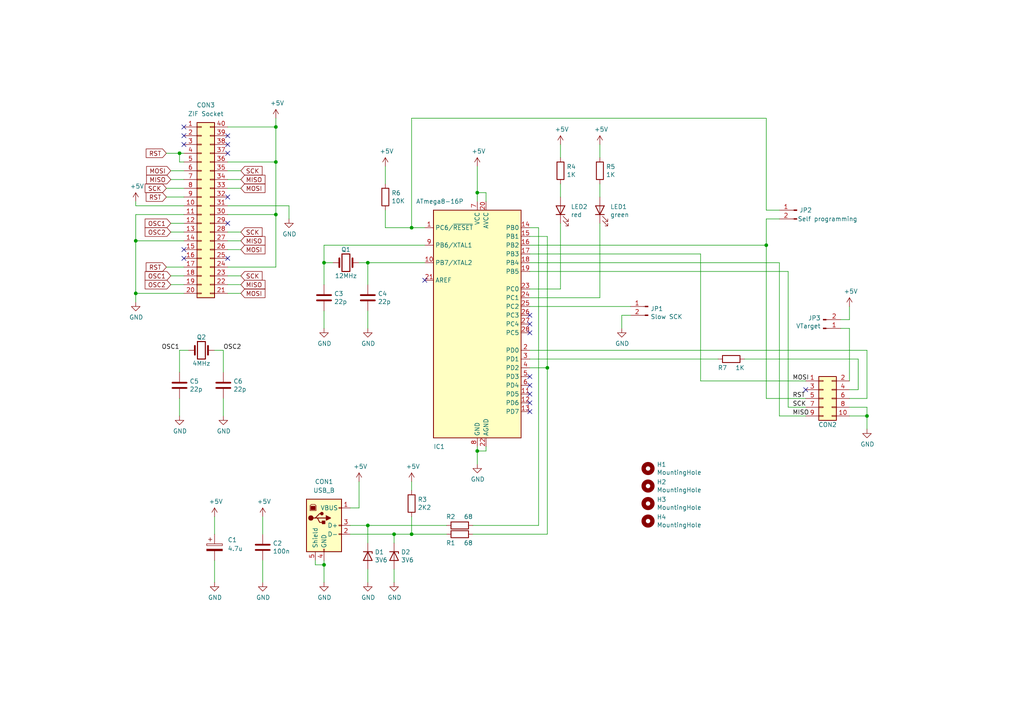
<source format=kicad_sch>
(kicad_sch (version 20211123) (generator eeschema)
  (paper "A4")
  (title_block (title "USBasp - USB programmer for Atmel AVR controllers") (date "2022-12-04") (rev "v01.2") (comment 2 "https://www.gnu.org/licenses/gpl.html") (comment 3 "License: GNU General Public License (GPL) version 3") (comment 4 "Author: Poly Electronics"))
  (lib_symbols
    (symbol "Conn_02x20_Counter_Clockwise_1" (pin_names (offset 1.016) hide)
      (property "Reference" "J" (at 1.27 25.4 0))
      (property "Value" "Conn_02x20_Counter_Clockwise_1" (at 1.27 -27.94 0))
      (symbol "Conn_02x20_Counter_Clockwise_1_1_1"
        (rectangle (start -1.27 -25.273) (end 0 -25.527) (stroke (width 0.1524)))
        (rectangle (start -1.27 -22.733) (end 0 -22.987) (stroke (width 0.1524)))
        (rectangle (start -1.27 -20.193) (end 0 -20.447) (stroke (width 0.1524)))
        (rectangle (start -1.27 -17.653) (end 0 -17.907) (stroke (width 0.1524)))
        (rectangle (start -1.27 -15.113) (end 0 -15.367) (stroke (width 0.1524)))
        (rectangle (start -1.27 -12.573) (end 0 -12.827) (stroke (width 0.1524)))
        (rectangle (start -1.27 -10.033) (end 0 -10.287) (stroke (width 0.1524)))
        (rectangle (start -1.27 -7.493) (end 0 -7.747) (stroke (width 0.1524)))
        (rectangle (start -1.27 -4.953) (end 0 -5.207) (stroke (width 0.1524)))
        (rectangle (start -1.27 -2.413) (end 0 -2.667) (stroke (width 0.1524)))
        (rectangle (start -1.27 0.127) (end 0 -0.127) (stroke (width 0.1524)))
        (rectangle (start -1.27 2.667) (end 0 2.413) (stroke (width 0.1524)))
        (rectangle (start -1.27 5.207) (end 0 4.953) (stroke (width 0.1524)))
        (rectangle (start -1.27 7.747) (end 0 7.493) (stroke (width 0.1524)))
        (rectangle (start -1.27 10.287) (end 0 10.033) (stroke (width 0.1524)))
        (rectangle (start -1.27 12.827) (end 0 12.573) (stroke (width 0.1524)))
        (rectangle (start -1.27 15.367) (end 0 15.113) (stroke (width 0.1524)))
        (rectangle (start -1.27 17.907) (end 0 17.653) (stroke (width 0.1524)))
        (rectangle (start -1.27 20.447) (end 0 20.193) (stroke (width 0.1524)))
        (rectangle (start -1.27 22.987) (end 0 22.733) (stroke (width 0.1524)))
        (rectangle (start -1.27 24.13) (end 3.81 -26.67) (stroke (width 0.254)) (fill (type background)))
        (rectangle (start 3.81 -25.273) (end 2.54 -25.527) (stroke (width 0.1524)))
        (rectangle (start 3.81 -22.733) (end 2.54 -22.987) (stroke (width 0.1524)))
        (rectangle (start 3.81 -20.193) (end 2.54 -20.447) (stroke (width 0.1524)))
        (rectangle (start 3.81 -17.653) (end 2.54 -17.907) (stroke (width 0.1524)))
        (rectangle (start 3.81 -15.113) (end 2.54 -15.367) (stroke (width 0.1524)))
        (rectangle (start 3.81 -12.573) (end 2.54 -12.827) (stroke (width 0.1524)))
        (rectangle (start 3.81 -10.033) (end 2.54 -10.287) (stroke (width 0.1524)))
        (rectangle (start 3.81 -7.493) (end 2.54 -7.747) (stroke (width 0.1524)))
        (rectangle (start 3.81 -4.953) (end 2.54 -5.207) (stroke (width 0.1524)))
        (rectangle (start 3.81 -2.413) (end 2.54 -2.667) (stroke (width 0.1524)))
        (rectangle (start 3.81 0.127) (end 2.54 -0.127) (stroke (width 0.1524)))
        (rectangle (start 3.81 2.667) (end 2.54 2.413) (stroke (width 0.1524)))
        (rectangle (start 3.81 5.207) (end 2.54 4.953) (stroke (width 0.1524)))
        (rectangle (start 3.81 7.747) (end 2.54 7.493) (stroke (width 0.1524)))
        (rectangle (start 3.81 10.287) (end 2.54 10.033) (stroke (width 0.1524)))
        (rectangle (start 3.81 12.827) (end 2.54 12.573) (stroke (width 0.1524)))
        (rectangle (start 3.81 15.367) (end 2.54 15.113) (stroke (width 0.1524)))
        (rectangle (start 3.81 17.907) (end 2.54 17.653) (stroke (width 0.1524)))
        (rectangle (start 3.81 20.447) (end 2.54 20.193) (stroke (width 0.1524)))
        (rectangle (start 3.81 22.987) (end 2.54 22.733) (stroke (width 0.1524)))
        (pin passive line (at -5.08 22.86 0) (length 3.81) (name "Pin_1") (number "1"))
        (pin passive line (at -5.08 0 0) (length 3.81) (name "Pin_10") (number "10"))
        (pin passive line (at -5.08 -2.54 0) (length 3.81) (name "Pin_11") (number "11"))
        (pin passive line (at -5.08 -5.08 0) (length 3.81) (name "Pin_12") (number "12"))
        (pin passive line (at -5.08 -7.62 0) (length 3.81) (name "Pin_13") (number "13"))
        (pin passive line (at -5.08 -10.16 0) (length 3.81) (name "Pin_14") (number "14"))
        (pin passive line (at -5.08 -12.7 0) (length 3.81) (name "Pin_15") (number "15"))
        (pin passive line (at -5.08 -15.24 0) (length 3.81) (name "Pin_16") (number "16"))
        (pin passive line (at -5.08 -17.78 0) (length 3.81) (name "Pin_17") (number "17"))
        (pin passive line (at -5.08 -20.32 0) (length 3.81) (name "Pin_18") (number "18"))
        (pin passive line (at -5.08 -22.86 0) (length 3.81) (name "Pin_19") (number "19"))
        (pin passive line (at -5.08 20.32 0) (length 3.81) (name "Pin_2") (number "2"))
        (pin passive line (at -5.08 -25.4 0) (length 3.81) (name "Pin_20") (number "20"))
        (pin passive line (at 7.62 -25.4 180) (length 3.81) (name "Pin_21") (number "21"))
        (pin passive line (at 7.62 -22.86 180) (length 3.81) (name "Pin_22") (number "22"))
        (pin passive line (at 7.62 -20.32 180) (length 3.81) (name "Pin_23") (number "23"))
        (pin passive line (at 7.62 -17.78 180) (length 3.81) (name "Pin_24") (number "24"))
        (pin passive line (at 7.62 -15.24 180) (length 3.81) (name "Pin_25") (number "25"))
        (pin passive line (at 7.62 -12.7 180) (length 3.81) (name "Pin_26") (number "26"))
        (pin passive line (at 7.62 -10.16 180) (length 3.81) (name "Pin_27") (number "27"))
        (pin passive line (at 7.62 -7.62 180) (length 3.81) (name "Pin_28") (number "28"))
        (pin passive line (at 7.62 -5.08 180) (length 3.81) (name "Pin_29") (number "29"))
        (pin passive line (at -5.08 17.78 0) (length 3.81) (name "Pin_3") (number "3"))
        (pin passive line (at 7.62 -2.54 180) (length 3.81) (name "Pin_30") (number "30"))
        (pin passive line (at 7.62 0 180) (length 3.81) (name "Pin_31") (number "31"))
        (pin passive line (at 7.62 2.54 180) (length 3.81) (name "Pin_32") (number "32"))
        (pin passive line (at 7.62 5.08 180) (length 3.81) (name "Pin_33") (number "33"))
        (pin passive line (at 7.62 7.62 180) (length 3.81) (name "Pin_34") (number "34"))
        (pin passive line (at 7.62 10.16 180) (length 3.81) (name "Pin_35") (number "35"))
        (pin passive line (at 7.62 12.7 180) (length 3.81) (name "Pin_36") (number "36"))
        (pin passive line (at 7.62 15.24 180) (length 3.81) (name "Pin_37") (number "37"))
        (pin passive line (at 7.62 17.78 180) (length 3.81) (name "Pin_38") (number "38"))
        (pin passive line (at 7.62 20.32 180) (length 3.81) (name "Pin_39") (number "39"))
        (pin passive line (at -5.08 15.24 0) (length 3.81) (name "Pin_4") (number "4"))
        (pin passive line (at 7.62 22.86 180) (length 3.81) (name "Pin_40") (number "40"))
        (pin passive line (at -5.08 12.7 0) (length 3.81) (name "Pin_5") (number "5"))
        (pin passive line (at -5.08 10.16 0) (length 3.81) (name "Pin_6") (number "6"))
        (pin passive line (at -5.08 7.62 0) (length 3.81) (name "Pin_7") (number "7"))
        (pin passive line (at -5.08 5.08 0) (length 3.81) (name "Pin_8") (number "8"))
        (pin passive line (at -5.08 2.54 0) (length 3.81) (name "Pin_9") (number "9"))
      )
    )
    (symbol "Connector:Conn_01x02_Male" (pin_names (offset 1.016) hide)
      (property "Reference" "J" (at 0 2.54 0))
      (property "Value" "Conn_01x02_Male" (at 0 -5.08 0))
      (symbol "Conn_01x02_Male_1_1"
        (polyline (pts (xy 1.27 -2.54) (xy 0.8636 -2.54)) (stroke (width 0.1524)))
        (polyline (pts (xy 1.27 0) (xy 0.8636 0)) (stroke (width 0.1524)))
        (rectangle (start 0.8636 -2.413) (end 0 -2.667) (stroke (width 0.1524)) (fill (type outline)))
        (rectangle (start 0.8636 0.127) (end 0 -0.127) (stroke (width 0.1524)) (fill (type outline)))
        (pin passive line (at 5.08 0 180) (length 3.81) (name "Pin_1") (number "1"))
        (pin passive line (at 5.08 -2.54 180) (length 3.81) (name "Pin_2") (number "2"))
      )
    )
    (symbol "Connector:USB_B" (pin_names (offset 1.016))
      (property "Reference" "J" (at -5.08 11.43 0))
      (property "Value" "USB_B" (at -5.08 8.89 0))
      (symbol "USB_B_0_1"
        (rectangle (start -5.08 -7.62) (end 5.08 7.62) (stroke (width 0.254)) (fill (type background)))
        (circle (center -3.81 2.159) (radius 0.635) (stroke (width 0.254)) (fill (type outline)))
        (rectangle (start -3.81 5.588) (end -2.54 4.572) (fill (type outline)))
        (circle (center -0.635 3.429) (radius 0.381) (stroke (width 0.254)) (fill (type outline)))
        (rectangle (start -0.127 -7.62) (end 0.127 -6.858))
        (polyline (pts (xy -1.905 2.159) (xy 0.635 2.159)) (stroke (width 0.254)))
        (polyline (pts (xy -3.175 2.159) (xy -2.54 2.159) (xy -1.27 3.429) (xy -0.635 3.429)) (stroke (width 0.254)))
        (polyline (pts (xy -2.54 2.159) (xy -1.905 2.159) (xy -1.27 0.889) (xy 0 0.889)) (stroke (width 0.254)))
        (polyline (pts (xy 0.635 2.794) (xy 0.635 1.524) (xy 1.905 2.159) (xy 0.635 2.794)) (stroke (width 0.254)) (fill (type outline)))
        (polyline (pts (xy -4.064 4.318) (xy -2.286 4.318) (xy -2.286 5.715) (xy -2.667 6.096) (xy -3.683 6.096) (xy -4.064 5.715) (xy -4.064 4.318)))
        (rectangle (start 0.254 1.27) (end -0.508 0.508) (stroke (width 0.254)) (fill (type outline)))
        (rectangle (start 5.08 -2.667) (end 4.318 -2.413))
        (rectangle (start 5.08 -0.127) (end 4.318 0.127))
        (rectangle (start 5.08 4.953) (end 4.318 5.207))
      )
      (symbol "USB_B_1_1"
        (pin power_out line (at 7.62 5.08 180) (length 2.54) (name "VBUS") (number "1"))
        (pin bidirectional line (at 7.62 -2.54 180) (length 2.54) (name "D-") (number "2"))
        (pin bidirectional line (at 7.62 0 180) (length 2.54) (name "D+") (number "3"))
        (pin power_out line (at 0 -10.16 90) (length 2.54) (name "GND") (number "4"))
        (pin passive line (at -2.54 -10.16 90) (length 2.54) (name "Shield") (number "5"))
      )
    )
    (symbol "Connector_Generic:Conn_02x05_Odd_Even" (pin_names (offset 1.016) hide)
      (property "Reference" "J" (at 1.27 7.62 0))
      (property "Value" "Conn_02x05_Odd_Even" (at 1.27 -7.62 0))
      (symbol "Conn_02x05_Odd_Even_1_1"
        (rectangle (start -1.27 -4.953) (end 0 -5.207) (stroke (width 0.1524)))
        (rectangle (start -1.27 -2.413) (end 0 -2.667) (stroke (width 0.1524)))
        (rectangle (start -1.27 0.127) (end 0 -0.127) (stroke (width 0.1524)))
        (rectangle (start -1.27 2.667) (end 0 2.413) (stroke (width 0.1524)))
        (rectangle (start -1.27 5.207) (end 0 4.953) (stroke (width 0.1524)))
        (rectangle (start -1.27 6.35) (end 3.81 -6.35) (stroke (width 0.254)) (fill (type background)))
        (rectangle (start 3.81 -4.953) (end 2.54 -5.207) (stroke (width 0.1524)))
        (rectangle (start 3.81 -2.413) (end 2.54 -2.667) (stroke (width 0.1524)))
        (rectangle (start 3.81 0.127) (end 2.54 -0.127) (stroke (width 0.1524)))
        (rectangle (start 3.81 2.667) (end 2.54 2.413) (stroke (width 0.1524)))
        (rectangle (start 3.81 5.207) (end 2.54 4.953) (stroke (width 0.1524)))
        (pin passive line (at -5.08 5.08 0) (length 3.81) (name "Pin_1") (number "1"))
        (pin passive line (at 7.62 -5.08 180) (length 3.81) (name "Pin_10") (number "10"))
        (pin passive line (at 7.62 5.08 180) (length 3.81) (name "Pin_2") (number "2"))
        (pin passive line (at -5.08 2.54 0) (length 3.81) (name "Pin_3") (number "3"))
        (pin passive line (at 7.62 2.54 180) (length 3.81) (name "Pin_4") (number "4"))
        (pin passive line (at -5.08 0 0) (length 3.81) (name "Pin_5") (number "5"))
        (pin passive line (at 7.62 0 180) (length 3.81) (name "Pin_6") (number "6"))
        (pin passive line (at -5.08 -2.54 0) (length 3.81) (name "Pin_7") (number "7"))
        (pin passive line (at 7.62 -2.54 180) (length 3.81) (name "Pin_8") (number "8"))
        (pin passive line (at -5.08 -5.08 0) (length 3.81) (name "Pin_9") (number "9"))
      )
    )
    (symbol "Device:C" (pin_numbers hide) (pin_names (offset 0.254))
      (property "Reference" "C" (at 0.635 2.54 0))
      (property "Value" "C" (at 0.635 -2.54 0))
      (symbol "C_0_1"
        (polyline (pts (xy -2.032 -0.762) (xy 2.032 -0.762)) (stroke (width 0.508)))
        (polyline (pts (xy -2.032 0.762) (xy 2.032 0.762)) (stroke (width 0.508)))
      )
      (symbol "C_1_1"
        (pin passive line (at 0 3.81 270) (length 2.794) (name "~") (number "1"))
        (pin passive line (at 0 -3.81 90) (length 2.794) (name "~") (number "2"))
      )
    )
    (symbol "Device:C_Polarized" (pin_numbers hide) (pin_names (offset 0.254))
      (property "Reference" "C" (at 0.635 2.54 0))
      (property "Value" "C_Polarized" (at 0.635 -2.54 0))
      (symbol "C_Polarized_0_1"
        (rectangle (start -2.286 0.508) (end 2.286 1.016))
        (polyline (pts (xy -1.778 2.286) (xy -0.762 2.286)))
        (polyline (pts (xy -1.27 2.794) (xy -1.27 1.778)))
        (rectangle (start 2.286 -0.508) (end -2.286 -1.016) (fill (type outline)))
      )
      (symbol "C_Polarized_1_1"
        (pin passive line (at 0 3.81 270) (length 2.794) (name "~") (number "1"))
        (pin passive line (at 0 -3.81 90) (length 2.794) (name "~") (number "2"))
      )
    )
    (symbol "Device:Crystal" (pin_numbers hide) (pin_names (offset 1.016) hide)
      (property "Reference" "Y" (at 0 3.81 0))
      (property "Value" "Crystal" (at 0 -3.81 0))
      (symbol "Crystal_0_1"
        (rectangle (start -1.143 2.54) (end 1.143 -2.54) (stroke (width 0.3048)))
        (polyline (pts (xy -2.54 0) (xy -1.905 0)))
        (polyline (pts (xy -1.905 -1.27) (xy -1.905 1.27)) (stroke (width 0.508)))
        (polyline (pts (xy 1.905 -1.27) (xy 1.905 1.27)) (stroke (width 0.508)))
        (polyline (pts (xy 2.54 0) (xy 1.905 0)))
      )
      (symbol "Crystal_1_1"
        (pin passive line (at -3.81 0 0) (length 1.27) (name "1") (number "1"))
        (pin passive line (at 3.81 0 180) (length 1.27) (name "2") (number "2"))
      )
    )
    (symbol "Device:D_Zener" (pin_numbers hide) (pin_names (offset 1.016) hide)
      (property "Reference" "D" (at 0 2.54 0))
      (property "Value" "D_Zener" (at 0 -2.54 0))
      (symbol "D_Zener_0_1"
        (polyline (pts (xy 1.27 0) (xy -1.27 0)))
        (polyline (pts (xy -1.27 -1.27) (xy -1.27 1.27) (xy -0.762 1.27)) (stroke (width 0.254)))
        (polyline (pts (xy 1.27 -1.27) (xy 1.27 1.27) (xy -1.27 0) (xy 1.27 -1.27)) (stroke (width 0.254)))
      )
      (symbol "D_Zener_1_1"
        (pin passive line (at -3.81 0 0) (length 2.54) (name "K") (number "1"))
        (pin passive line (at 3.81 0 180) (length 2.54) (name "A") (number "2"))
      )
    )
    (symbol "Device:LED" (pin_numbers hide) (pin_names (offset 1.016) hide)
      (property "Reference" "D" (at 0 2.54 0))
      (property "Value" "LED" (at 0 -2.54 0))
      (symbol "LED_0_1"
        (polyline (pts (xy -1.27 -1.27) (xy -1.27 1.27)) (stroke (width 0.254)))
        (polyline (pts (xy -1.27 0) (xy 1.27 0)))
        (polyline (pts (xy 1.27 -1.27) (xy 1.27 1.27) (xy -1.27 0) (xy 1.27 -1.27)) (stroke (width 0.254)))
        (polyline (pts (xy -3.048 -0.762) (xy -4.572 -2.286) (xy -3.81 -2.286) (xy -4.572 -2.286) (xy -4.572 -1.524)))
        (polyline (pts (xy -1.778 -0.762) (xy -3.302 -2.286) (xy -2.54 -2.286) (xy -3.302 -2.286) (xy -3.302 -1.524)))
      )
      (symbol "LED_1_1"
        (pin passive line (at -3.81 0 0) (length 2.54) (name "K") (number "1"))
        (pin passive line (at 3.81 0 180) (length 2.54) (name "A") (number "2"))
      )
    )
    (symbol "Device:R" (pin_numbers hide) (pin_names (offset 0))
      (property "Reference" "R" (at 2.032 0 90))
      (property "Value" "R" (at 0 0 90))
      (symbol "R_0_1"
        (rectangle (start -1.016 -2.54) (end 1.016 2.54) (stroke (width 0.254)))
      )
      (symbol "R_1_1"
        (pin passive line (at 0 3.81 270) (length 1.27) (name "~") (number "1"))
        (pin passive line (at 0 -3.81 90) (length 1.27) (name "~") (number "2"))
      )
    )
    (symbol "MCU_Microchip_ATmega:ATmega8-16P"
      (property "Reference" "U" (at -12.7 34.29 0))
      (property "Value" "ATmega8-16P" (at 5.08 -34.29 0))
      (symbol "ATmega8-16P_0_1"
        (rectangle (start -12.7 -33.02) (end 12.7 33.02) (stroke (width 0.254)) (fill (type background)))
      )
      (symbol "ATmega8-16P_1_1"
        (pin bidirectional line (at -15.24 27.94 0) (length 2.54) (name "PC6/~{RESET}") (number "1"))
        (pin bidirectional line (at -15.24 17.78 0) (length 2.54) (name "PB7/XTAL2") (number "10"))
        (pin bidirectional line (at 15.24 -20.32 180) (length 2.54) (name "PD5") (number "11"))
        (pin bidirectional line (at 15.24 -22.86 180) (length 2.54) (name "PD6") (number "12"))
        (pin bidirectional line (at 15.24 -25.4 180) (length 2.54) (name "PD7") (number "13"))
        (pin bidirectional line (at 15.24 27.94 180) (length 2.54) (name "PB0") (number "14"))
        (pin bidirectional line (at 15.24 25.4 180) (length 2.54) (name "PB1") (number "15"))
        (pin bidirectional line (at 15.24 22.86 180) (length 2.54) (name "PB2") (number "16"))
        (pin bidirectional line (at 15.24 20.32 180) (length 2.54) (name "PB3") (number "17"))
        (pin bidirectional line (at 15.24 17.78 180) (length 2.54) (name "PB4") (number "18"))
        (pin bidirectional line (at 15.24 15.24 180) (length 2.54) (name "PB5") (number "19"))
        (pin bidirectional line (at 15.24 -7.62 180) (length 2.54) (name "PD0") (number "2"))
        (pin power_in line (at 2.54 35.56 270) (length 2.54) (name "AVCC") (number "20"))
        (pin passive line (at -15.24 12.7 0) (length 2.54) (name "AREF") (number "21"))
        (pin power_in line (at 2.54 -35.56 90) (length 2.54) (name "AGND") (number "22"))
        (pin bidirectional line (at 15.24 10.16 180) (length 2.54) (name "PC0") (number "23"))
        (pin bidirectional line (at 15.24 7.62 180) (length 2.54) (name "PC1") (number "24"))
        (pin bidirectional line (at 15.24 5.08 180) (length 2.54) (name "PC2") (number "25"))
        (pin bidirectional line (at 15.24 2.54 180) (length 2.54) (name "PC3") (number "26"))
        (pin bidirectional line (at 15.24 0 180) (length 2.54) (name "PC4") (number "27"))
        (pin bidirectional line (at 15.24 -2.54 180) (length 2.54) (name "PC5") (number "28"))
        (pin bidirectional line (at 15.24 -10.16 180) (length 2.54) (name "PD1") (number "3"))
        (pin bidirectional line (at 15.24 -12.7 180) (length 2.54) (name "PD2") (number "4"))
        (pin bidirectional line (at 15.24 -15.24 180) (length 2.54) (name "PD3") (number "5"))
        (pin bidirectional line (at 15.24 -17.78 180) (length 2.54) (name "PD4") (number "6"))
        (pin power_in line (at 0 35.56 270) (length 2.54) (name "VCC") (number "7"))
        (pin power_in line (at 0 -35.56 90) (length 2.54) (name "GND") (number "8"))
        (pin bidirectional line (at -15.24 22.86 0) (length 2.54) (name "PB6/XTAL1") (number "9"))
      )
    )
    (symbol "Mechanical:MountingHole" (pin_names (offset 1.016))
      (property "Reference" "H" (at 0 5.08 0))
      (property "Value" "MountingHole" (at 0 3.175 0))
      (symbol "MountingHole_0_1"
        (circle (center 0 0) (radius 1.27) (stroke (width 1.27)))
      )
    )
    (symbol "power:+5V" (power) (pin_names (offset 0))
      (property "Value" "+5V" (at 0 3.556 0))
      (symbol "+5V_0_1"
        (polyline (pts (xy -0.762 1.27) (xy 0 2.54)))
        (polyline (pts (xy 0 0) (xy 0 2.54)))
        (polyline (pts (xy 0 2.54) (xy 0.762 1.27)))
      )
      (symbol "+5V_1_1"
        (pin power_in line (at 0 0 90) (length 0) hide (name "+5V") (number "1"))
      )
    )
    (symbol "power:GND" (power) (pin_names (offset 0))
      (property "Value" "GND" (at 0 -3.81 0))
      (symbol "GND_0_1"
        (polyline (pts (xy 0 0) (xy 0 -1.27) (xy 1.27 -1.27) (xy 0 -2.54) (xy -1.27 -1.27) (xy 0 -1.27)))
      )
      (symbol "GND_1_1"
        (pin power_in line (at 0 0 270) (length 0) hide (name "GND") (number "1"))
      )
    )
  )
  (junction (at 80.01 36.83))
  (junction (at 106.68 152.4))
  (junction (at 119.38 154.94))
  (junction (at 222.25 71.12))
  (junction (at 39.37 69.85))
  (junction (at 80.01 46.99))
  (junction (at 138.43 55.88))
  (junction (at 39.37 85.09))
  (junction (at 138.43 130.81))
  (junction (at 119.38 66.04))
  (junction (at 93.98 76.2))
  (junction (at 93.98 163.83))
  (junction (at 114.3 154.94))
  (junction (at 106.68 76.2))
  (junction (at 158.75 106.68))
  (junction (at 52.07 44.45))
  (junction (at 251.46 120.65))
  (junction (at 80.01 62.23))
  (no_connect (at 153.67 119.38))
  (no_connect (at 66.04 74.93))
  (no_connect (at 53.34 72.39))
  (no_connect (at 153.67 91.44))
  (no_connect (at 53.34 39.37))
  (no_connect (at 53.34 36.83))
  (no_connect (at 153.67 111.76))
  (no_connect (at 66.04 57.15))
  (no_connect (at 153.67 93.98))
  (no_connect (at 66.04 64.77))
  (no_connect (at 153.67 116.84))
  (no_connect (at 66.04 41.91))
  (no_connect (at 123.19 81.28))
  (no_connect (at 153.67 109.22))
  (no_connect (at 53.34 41.91))
  (no_connect (at 53.34 74.93))
  (no_connect (at 153.67 114.3))
  (no_connect (at 233.68 113.03))
  (no_connect (at 66.04 39.37))
  (no_connect (at 66.04 44.45))
  (no_connect (at 153.67 96.52))
  (wire (pts (xy 106.68 90.17) (xy 106.68 95.25)))
  (wire (pts (xy 39.37 58.42) (xy 39.37 59.69)))
  (wire (pts (xy 246.38 120.65) (xy 251.46 120.65)))
  (wire (pts (xy 243.84 95.25) (xy 246.38 95.25)))
  (wire (pts (xy 173.99 57.15) (xy 173.99 53.34)))
  (wire (pts (xy 162.56 83.82) (xy 153.67 83.82)))
  (wire (pts (xy 80.01 62.23) (xy 80.01 46.99)))
  (wire (pts (xy 76.2 149.86) (xy 76.2 154.94)))
  (wire (pts (xy 93.98 76.2) (xy 93.98 82.55)))
  (wire (pts (xy 39.37 62.23) (xy 53.34 62.23)))
  (wire (pts (xy 153.67 106.68) (xy 158.75 106.68)))
  (wire (pts (xy 248.92 104.14) (xy 248.92 113.03)))
  (wire (pts (xy 203.2 73.66) (xy 203.2 110.49)))
  (wire (pts (xy 251.46 120.65) (xy 251.46 124.46)))
  (wire (pts (xy 80.01 36.83) (xy 66.04 36.83)))
  (wire (pts (xy 156.21 152.4) (xy 137.16 152.4)))
  (wire (pts (xy 49.53 64.77) (xy 53.34 64.77)))
  (wire (pts (xy 222.25 71.12) (xy 222.25 115.57)))
  (wire (pts (xy 39.37 59.69) (xy 53.34 59.69)))
  (wire (pts (xy 215.9 104.14) (xy 248.92 104.14)))
  (wire (pts (xy 39.37 87.63) (xy 39.37 85.09)))
  (wire (pts (xy 119.38 139.7) (xy 119.38 142.24)))
  (wire (pts (xy 62.23 149.86) (xy 62.23 154.94)))
  (wire (pts (xy 62.23 101.6) (xy 64.77 101.6)))
  (wire (pts (xy 111.76 60.96) (xy 111.76 66.04)))
  (wire (pts (xy 111.76 66.04) (xy 119.38 66.04)))
  (wire (pts (xy 182.88 88.9) (xy 153.67 88.9)))
  (wire (pts (xy 119.38 34.29) (xy 119.38 66.04)))
  (wire (pts (xy 106.68 76.2) (xy 106.68 82.55)))
  (wire (pts (xy 66.04 59.69) (xy 83.82 59.69)))
  (wire (pts (xy 173.99 86.36) (xy 153.67 86.36)))
  (wire (pts (xy 222.25 34.29) (xy 119.38 34.29)))
  (wire (pts (xy 228.6 118.11) (xy 233.68 118.11)))
  (wire (pts (xy 69.85 67.31) (xy 66.04 67.31)))
  (wire (pts (xy 222.25 63.5) (xy 222.25 71.12)))
  (wire (pts (xy 83.82 59.69) (xy 83.82 63.5)))
  (wire (pts (xy 91.44 163.83) (xy 93.98 163.83)))
  (wire (pts (xy 49.53 82.55) (xy 53.34 82.55)))
  (wire (pts (xy 140.97 129.54) (xy 140.97 130.81)))
  (wire (pts (xy 246.38 115.57) (xy 251.46 115.57)))
  (wire (pts (xy 91.44 162.56) (xy 91.44 163.83)))
  (wire (pts (xy 53.34 85.09) (xy 39.37 85.09)))
  (wire (pts (xy 228.6 78.74) (xy 228.6 118.11)))
  (wire (pts (xy 138.43 130.81) (xy 138.43 134.62)))
  (wire (pts (xy 226.06 63.5) (xy 222.25 63.5)))
  (wire (pts (xy 93.98 168.91) (xy 93.98 163.83)))
  (wire (pts (xy 153.67 71.12) (xy 222.25 71.12)))
  (wire (pts (xy 111.76 48.26) (xy 111.76 53.34)))
  (wire (pts (xy 69.85 82.55) (xy 66.04 82.55)))
  (wire (pts (xy 222.25 115.57) (xy 233.68 115.57)))
  (wire (pts (xy 69.85 69.85) (xy 66.04 69.85)))
  (wire (pts (xy 226.06 120.65) (xy 226.06 76.2)))
  (wire (pts (xy 39.37 62.23) (xy 39.37 69.85)))
  (wire (pts (xy 119.38 149.86) (xy 119.38 154.94)))
  (wire (pts (xy 49.53 67.31) (xy 53.34 67.31)))
  (wire (pts (xy 104.14 76.2) (xy 106.68 76.2)))
  (wire (pts (xy 69.85 80.01) (xy 66.04 80.01)))
  (wire (pts (xy 39.37 85.09) (xy 39.37 69.85)))
  (wire (pts (xy 114.3 154.94) (xy 119.38 154.94)))
  (wire (pts (xy 182.88 91.44) (xy 180.34 91.44)))
  (wire (pts (xy 69.85 85.09) (xy 66.04 85.09)))
  (wire (pts (xy 246.38 118.11) (xy 251.46 118.11)))
  (wire (pts (xy 208.28 104.14) (xy 153.67 104.14)))
  (wire (pts (xy 243.84 92.71) (xy 246.38 92.71)))
  (wire (pts (xy 173.99 41.91) (xy 173.99 45.72)))
  (wire (pts (xy 156.21 66.04) (xy 156.21 152.4)))
  (wire (pts (xy 106.68 165.1) (xy 106.68 168.91)))
  (wire (pts (xy 53.34 46.99) (xy 52.07 46.99)))
  (wire (pts (xy 52.07 44.45) (xy 53.34 44.45)))
  (wire (pts (xy 66.04 46.99) (xy 80.01 46.99)))
  (wire (pts (xy 251.46 115.57) (xy 251.46 101.6)))
  (wire (pts (xy 93.98 71.12) (xy 93.98 76.2)))
  (wire (pts (xy 162.56 41.91) (xy 162.56 45.72)))
  (wire (pts (xy 106.68 157.48) (xy 106.68 152.4)))
  (wire (pts (xy 104.14 147.32) (xy 101.6 147.32)))
  (wire (pts (xy 246.38 92.71) (xy 246.38 88.9)))
  (wire (pts (xy 226.06 60.96) (xy 222.25 60.96)))
  (wire (pts (xy 64.77 101.6) (xy 64.77 107.95)))
  (wire (pts (xy 119.38 66.04) (xy 123.19 66.04)))
  (wire (pts (xy 119.38 154.94) (xy 129.54 154.94)))
  (wire (pts (xy 93.98 90.17) (xy 93.98 95.25)))
  (wire (pts (xy 137.16 154.94) (xy 158.75 154.94)))
  (wire (pts (xy 251.46 101.6) (xy 153.67 101.6)))
  (wire (pts (xy 180.34 95.25) (xy 180.34 91.44)))
  (wire (pts (xy 101.6 154.94) (xy 114.3 154.94)))
  (wire (pts (xy 69.85 72.39) (xy 66.04 72.39)))
  (wire (pts (xy 162.56 64.77) (xy 162.56 83.82)))
  (wire (pts (xy 140.97 55.88) (xy 138.43 55.88)))
  (wire (pts (xy 69.85 52.07) (xy 66.04 52.07)))
  (wire (pts (xy 52.07 46.99) (xy 52.07 44.45)))
  (wire (pts (xy 49.53 49.53) (xy 53.34 49.53)))
  (wire (pts (xy 76.2 162.56) (xy 76.2 168.91)))
  (wire (pts (xy 158.75 154.94) (xy 158.75 106.68)))
  (wire (pts (xy 48.26 57.15) (xy 53.34 57.15)))
  (wire (pts (xy 140.97 58.42) (xy 140.97 55.88)))
  (wire (pts (xy 52.07 115.57) (xy 52.07 120.65)))
  (wire (pts (xy 66.04 77.47) (xy 80.01 77.47)))
  (wire (pts (xy 48.26 44.45) (xy 52.07 44.45)))
  (wire (pts (xy 162.56 57.15) (xy 162.56 53.34)))
  (wire (pts (xy 138.43 129.54) (xy 138.43 130.81)))
  (wire (pts (xy 153.67 78.74) (xy 228.6 78.74)))
  (wire (pts (xy 52.07 101.6) (xy 52.07 107.95)))
  (wire (pts (xy 69.85 49.53) (xy 66.04 49.53)))
  (wire (pts (xy 53.34 69.85) (xy 39.37 69.85)))
  (wire (pts (xy 80.01 34.29) (xy 80.01 36.83)))
  (wire (pts (xy 64.77 115.57) (xy 64.77 120.65)))
  (wire (pts (xy 138.43 55.88) (xy 138.43 58.42)))
  (wire (pts (xy 153.67 73.66) (xy 203.2 73.66)))
  (wire (pts (xy 93.98 162.56) (xy 93.98 163.83)))
  (wire (pts (xy 129.54 152.4) (xy 106.68 152.4)))
  (wire (pts (xy 106.68 152.4) (xy 101.6 152.4)))
  (wire (pts (xy 69.85 54.61) (xy 66.04 54.61)))
  (wire (pts (xy 114.3 157.48) (xy 114.3 154.94)))
  (wire (pts (xy 251.46 118.11) (xy 251.46 120.65)))
  (wire (pts (xy 48.26 77.47) (xy 53.34 77.47)))
  (wire (pts (xy 153.67 66.04) (xy 156.21 66.04)))
  (wire (pts (xy 123.19 71.12) (xy 93.98 71.12)))
  (wire (pts (xy 138.43 48.26) (xy 138.43 55.88)))
  (wire (pts (xy 158.75 106.68) (xy 158.75 68.58)))
  (wire (pts (xy 222.25 60.96) (xy 222.25 34.29)))
  (wire (pts (xy 114.3 165.1) (xy 114.3 168.91)))
  (wire (pts (xy 226.06 76.2) (xy 153.67 76.2)))
  (wire (pts (xy 233.68 120.65) (xy 226.06 120.65)))
  (wire (pts (xy 49.53 80.01) (xy 53.34 80.01)))
  (wire (pts (xy 54.61 101.6) (xy 52.07 101.6)))
  (wire (pts (xy 106.68 76.2) (xy 123.19 76.2)))
  (wire (pts (xy 140.97 130.81) (xy 138.43 130.81)))
  (wire (pts (xy 49.53 52.07) (xy 53.34 52.07)))
  (wire (pts (xy 62.23 162.56) (xy 62.23 168.91)))
  (wire (pts (xy 248.92 113.03) (xy 246.38 113.03)))
  (wire (pts (xy 48.26 54.61) (xy 53.34 54.61)))
  (wire (pts (xy 158.75 68.58) (xy 153.67 68.58)))
  (wire (pts (xy 246.38 110.49) (xy 246.38 95.25)))
  (wire (pts (xy 66.04 62.23) (xy 80.01 62.23)))
  (wire (pts (xy 80.01 46.99) (xy 80.01 36.83)))
  (wire (pts (xy 80.01 77.47) (xy 80.01 62.23)))
  (wire (pts (xy 173.99 64.77) (xy 173.99 86.36)))
  (wire (pts (xy 96.52 76.2) (xy 93.98 76.2)))
  (wire (pts (xy 203.2 110.49) (xy 233.68 110.49)))
  (wire (pts (xy 104.14 139.7) (xy 104.14 147.32)))
  (label "OSC2" (at 64.77 101.6 0))
  (label "OSC1" (at 52.07 101.6 180))
  (label "SCK" (at 229.87 118.11 0))
  (label "MOSI" (at 229.87 110.49 0))
  (label "RST" (at 229.87 115.57 0))
  (label "MISO" (at 229.87 120.65 0))
  (global_label "OSC2" (shape input) (at 49.53 67.31 180) (property "Referencias entre hojas" "${INTERSHEET_REFS}" (effects hide)))
  (global_label "OSC2" (shape input) (at 49.53 82.55 180) (property "Referencias entre hojas" "${INTERSHEET_REFS}" (effects hide)))
  (global_label "MOSI" (shape input) (at 49.53 49.53 180) (property "Referencias entre hojas" "${INTERSHEET_REFS}" (effects hide)))
  (global_label "SCK" (shape input) (at 48.26 54.61 180) (property "Referencias entre hojas" "${INTERSHEET_REFS}" (effects hide)))
  (global_label "SCK" (shape input) (at 69.85 80.01 0) (property "Referencias entre hojas" "${INTERSHEET_REFS}" (effects hide)))
  (global_label "RST" (shape input) (at 48.26 44.45 180) (property "Referencias entre hojas" "${INTERSHEET_REFS}" (effects hide)))
  (global_label "MISO" (shape input) (at 49.53 52.07 180) (property "Referencias entre hojas" "${INTERSHEET_REFS}" (effects hide)))
  (global_label "MISO" (shape input) (at 69.85 82.55 0) (property "Referencias entre hojas" "${INTERSHEET_REFS}" (effects hide)))
  (global_label "MISO" (shape input) (at 69.85 52.07 0) (property "Referencias entre hojas" "${INTERSHEET_REFS}" (effects hide)))
  (global_label "MOSI" (shape input) (at 69.85 72.39 0) (property "Referencias entre hojas" "${INTERSHEET_REFS}" (effects hide)))
  (global_label "MISO" (shape input) (at 69.85 69.85 0) (property "Referencias entre hojas" "${INTERSHEET_REFS}" (effects hide)))
  (global_label "SCK" (shape input) (at 69.85 49.53 0) (property "Referencias entre hojas" "${INTERSHEET_REFS}" (effects hide)))
  (global_label "MOSI" (shape input) (at 69.85 54.61 0) (property "Referencias entre hojas" "${INTERSHEET_REFS}" (effects hide)))
  (global_label "OSC1" (shape input) (at 49.53 64.77 180) (property "Referencias entre hojas" "${INTERSHEET_REFS}" (effects hide)))
  (global_label "RST" (shape input) (at 48.26 77.47 180) (property "Referencias entre hojas" "${INTERSHEET_REFS}" (effects hide)))
  (global_label "SCK" (shape input) (at 69.85 67.31 0) (property "Referencias entre hojas" "${INTERSHEET_REFS}" (effects hide)))
  (global_label "OSC1" (shape input) (at 49.53 80.01 180) (property "Referencias entre hojas" "${INTERSHEET_REFS}" (effects hide)))
  (global_label "RST" (shape input) (at 48.26 57.15 180) (property "Referencias entre hojas" "${INTERSHEET_REFS}" (effects hide)))
  (global_label "MOSI" (shape input) (at 69.85 85.09 0) (property "Referencias entre hojas" "${INTERSHEET_REFS}" (effects hide)))
  (symbol (lib_id "Device:C") (at 76.2 158.75 0) (unit 1)
    (property "Reference" "C2" (at 79.121 157.5816 0) (effects (justify left)))
    (property "Value" "100n" (at 79.121 159.893 0) (effects (justify left)))
    (property "Footprint" "Capacitor_THT:C_Disc_D6.0mm_W2.5mm_P5.00mm" (effects hide))
  )
  (symbol (lib_id "Device:C") (at 93.98 86.36 0) (unit 1)
    (property "Reference" "C3" (at 96.901 85.1916 0) (effects (justify left)))
    (property "Value" "22p" (at 96.901 87.503 0) (effects (justify left)))
    (property "Footprint" "Capacitor_THT:C_Disc_D5.0mm_W2.5mm_P2.50mm" (effects hide))
  )
  (symbol (lib_id "Device:C") (at 106.68 86.36 0) (unit 1)
    (property "Reference" "C4" (at 109.601 85.1916 0) (effects (justify left)))
    (property "Value" "22p" (at 109.601 87.503 0) (effects (justify left)))
    (property "Footprint" "Capacitor_THT:C_Disc_D5.0mm_W2.5mm_P2.50mm" (effects hide))
  )
  (symbol (lib_id "Device:D_Zener") (at 106.68 161.29 270) (unit 1)
    (property "Reference" "D1" (at 108.6866 160.1216 90) (effects (justify left)))
    (property "Value" "3V6" (at 108.6866 162.433 90) (effects (justify left)))
    (property "Footprint" "Diode_THT:D_DO-35_SOD27_P7.62mm_Horizontal" (effects hide))
  )
  (symbol (lib_id "Device:D_Zener") (at 114.3 161.29 270) (unit 1)
    (property "Reference" "D2" (at 116.3066 160.1216 90) (effects (justify left)))
    (property "Value" "3V6" (at 116.3066 162.433 90) (effects (justify left)))
    (property "Footprint" "Diode_THT:D_DO-35_SOD27_P7.62mm_Horizontal" (effects hide))
  )
  (symbol (lib_id "Connector_Generic:Conn_02x05_Odd_Even") (at 238.76 115.57 0) (unit 1)
    (property "Reference" "CON2" (at 240.03 123.19 0))
    (property "Value" "ICSP" (effects hide))
    (property "Footprint" "Connector_JTAG:vasch_strip_5x2" (effects hide))
  )
  (symbol (lib_id "Connector:Conn_01x02_Male") (at 187.96 88.9 0) (mirror y) (unit 1)
    (property "Reference" "JP1" (at 188.6712 89.5604 0) (effects (justify right)))
    (property "Value" "Slow SCK" (at 188.6712 91.8718 0) (effects (justify right)))
    (property "Footprint" "Connector_PinHeader_2.54mm:PinHeader_1x02_P2.54mm_Vertical" (effects hide))
  )
  (symbol (lib_id "Connector:Conn_01x02_Male") (at 231.14 60.96 0) (mirror y) (unit 1)
    (property "Reference" "JP2" (at 233.68 60.96 0))
    (property "Value" "Self programming" (at 240.03 63.5 0))
    (property "Footprint" "Connector_PinHeader_2.54mm:PinHeader_1x02_P2.54mm_Vertical" (effects hide))
  )
  (symbol (lib_id "Device:LED") (at 173.99 60.96 90) (unit 1)
    (property "Reference" "LED1" (at 176.9872 59.9694 90) (effects (justify right)))
    (property "Value" "green" (at 176.9872 62.2808 90) (effects (justify right)))
    (property "Footprint" "LED_THT:LED_D3.0mm" (effects hide))
  )
  (symbol (lib_id "Device:LED") (at 162.56 60.96 90) (unit 1)
    (property "Reference" "LED2" (at 165.5572 59.9694 90) (effects (justify right)))
    (property "Value" "red" (at 165.5572 62.2808 90) (effects (justify right)))
    (property "Footprint" "LED_THT:LED_D3.0mm" (effects hide))
  )
  (symbol (lib_id "Device:Crystal") (at 100.33 76.2 0) (unit 1)
    (property "Reference" "Q1" (at 100.33 72.39 0))
    (property "Value" "12MHz" (at 100.33 80.01 0))
    (property "Footprint" "Crystal:Crystal_HC49-U_Vertical" (effects hide))
  )
  (symbol (lib_id "Device:R") (at 133.35 152.4 90) (unit 1)
    (property "Reference" "R2" (at 132.08 149.86 90) (effects (justify left)))
    (property "Value" "68" (at 137.16 149.86 90) (effects (justify left)))
    (property "Footprint" "Resistor_THT:R_Axial_DIN0207_L6.3mm_D2.5mm_P7.62mm_Horizontal" (effects hide))
  )
  (symbol (lib_id "Device:R") (at 133.35 154.94 90) (unit 1)
    (property "Reference" "R1" (at 132.08 157.48 90) (effects (justify left)))
    (property "Value" "68" (at 137.16 157.48 90) (effects (justify left)))
    (property "Footprint" "Resistor_THT:R_Axial_DIN0207_L6.3mm_D2.5mm_P7.62mm_Horizontal" (effects hide))
  )
  (symbol (lib_id "Device:R") (at 119.38 146.05 0) (unit 1)
    (property "Reference" "R3" (at 121.158 144.8816 0) (effects (justify left)))
    (property "Value" "2K2" (at 121.158 147.193 0) (effects (justify left)))
    (property "Footprint" "Resistor_THT:R_Axial_DIN0207_L6.3mm_D2.5mm_P7.62mm_Horizontal" (effects hide))
  )
  (symbol (lib_id "Device:R") (at 212.09 104.14 270) (unit 1)
    (property "Reference" "R7" (at 209.55 106.68 90))
    (property "Value" "1K" (at 214.63 106.68 90))
    (property "Footprint" "Resistor_THT:R_Axial_DIN0207_L6.3mm_D2.5mm_P7.62mm_Horizontal" (effects hide))
  )
  (symbol (lib_id "Device:R") (at 111.76 57.15 0) (unit 1)
    (property "Reference" "R6" (at 113.538 55.9816 0) (effects (justify left)))
    (property "Value" "10K" (at 113.538 58.293 0) (effects (justify left)))
    (property "Footprint" "Resistor_THT:R_Axial_DIN0207_L6.3mm_D2.5mm_P7.62mm_Horizontal" (effects hide))
  )
  (symbol (lib_id "Device:R") (at 162.56 49.53 0) (unit 1)
    (property "Reference" "R4" (at 164.338 48.3616 0) (effects (justify left)))
    (property "Value" "1K" (at 164.338 50.673 0) (effects (justify left)))
    (property "Footprint" "Resistor_THT:R_Axial_DIN0207_L6.3mm_D2.5mm_P7.62mm_Horizontal" (effects hide))
  )
  (symbol (lib_id "Device:R") (at 173.99 49.53 0) (unit 1)
    (property "Reference" "R5" (at 175.768 48.3616 0) (effects (justify left)))
    (property "Value" "1K" (at 175.768 50.673 0) (effects (justify left)))
    (property "Footprint" "Resistor_THT:R_Axial_DIN0207_L6.3mm_D2.5mm_P7.62mm_Horizontal" (effects hide))
  )
  (symbol (lib_id "Connector:Conn_01x02_Male") (at 238.76 95.25 0) (mirror x) (unit 1)
    (property "Reference" "JP3" (at 238.0488 92.2528 0) (effects (justify right)))
    (property "Value" "VTarget" (at 238.0488 94.5642 0) (effects (justify right)))
    (property "Footprint" "Connector_PinHeader_2.54mm:PinHeader_1x02_P2.54mm_Vertical" (effects hide))
  )
  (symbol (lib_id "power:+5V") (at 162.56 41.91 0) (unit 1)
    (property "Reference" "#PWR0101" (effects hide))
    (property "Value" "+5V" (at 162.941 37.5158 0))
  )
  (symbol (lib_id "power:+5V") (at 173.99 41.91 0) (unit 1)
    (property "Reference" "#PWR0102" (effects hide))
    (property "Value" "+5V" (at 174.371 37.5158 0))
  )
  (symbol (lib_id "Mechanical:MountingHole") (at 187.96 135.89 0) (unit 1)
    (property "Reference" "H1" (at 190.5 134.7216 0) (effects (justify left)))
    (property "Value" "MountingHole" (at 190.5 137.033 0) (effects (justify left)))
    (property "Footprint" "MountingHole:MountingHole_3mm" (effects hide))
  )
  (symbol (lib_id "Mechanical:MountingHole") (at 187.96 140.97 0) (unit 1)
    (property "Reference" "H2" (at 190.5 139.8016 0) (effects (justify left)))
    (property "Value" "MountingHole" (at 190.5 142.113 0) (effects (justify left)))
    (property "Footprint" "MountingHole:MountingHole_3mm" (effects hide))
  )
  (symbol (lib_id "Mechanical:MountingHole") (at 187.96 146.05 0) (unit 1)
    (property "Reference" "H3" (at 190.5 144.8816 0) (effects (justify left)))
    (property "Value" "MountingHole" (at 190.5 147.193 0) (effects (justify left)))
    (property "Footprint" "MountingHole:MountingHole_3mm" (effects hide))
  )
  (symbol (lib_id "Mechanical:MountingHole") (at 187.96 151.13 0) (unit 1)
    (property "Reference" "H4" (at 190.5 149.9616 0) (effects (justify left)))
    (property "Value" "MountingHole" (at 190.5 152.273 0) (effects (justify left)))
    (property "Footprint" "MountingHole:MountingHole_3mm" (effects hide))
  )
  (symbol (lib_id "power:GND") (at 180.34 95.25 0) (unit 1)
    (property "Reference" "#PWR0103" (effects hide))
    (property "Value" "GND" (at 180.467 99.6442 0))
  )
  (symbol (lib_id "power:+5V") (at 246.38 88.9 0) (unit 1)
    (property "Reference" "#PWR0104" (effects hide))
    (property "Value" "+5V" (at 246.761 84.5058 0))
  )
  (symbol (lib_id "power:GND") (at 62.23 168.91 0) (unit 1)
    (property "Reference" "#PWR0105" (effects hide))
    (property "Value" "GND" (at 62.357 173.3042 0))
  )
  (symbol (lib_id "power:+5V") (at 62.23 149.86 0) (unit 1)
    (property "Reference" "#PWR0106" (effects hide))
    (property "Value" "+5V" (at 62.611 145.4658 0))
  )
  (symbol (lib_id "power:+5V") (at 76.2 149.86 0) (unit 1)
    (property "Reference" "#PWR0107" (effects hide))
    (property "Value" "+5V" (at 76.581 145.4658 0))
  )
  (symbol (lib_id "power:GND") (at 76.2 168.91 0) (unit 1)
    (property "Reference" "#PWR0108" (effects hide))
    (property "Value" "GND" (at 76.327 173.3042 0))
  )
  (symbol (lib_id "power:+5V") (at 104.14 139.7 0) (unit 1)
    (property "Reference" "#PWR0109" (effects hide))
    (property "Value" "+5V" (at 104.521 135.3058 0))
  )
  (symbol (lib_id "power:GND") (at 93.98 168.91 0) (unit 1)
    (property "Reference" "#PWR0110" (effects hide))
    (property "Value" "GND" (at 94.107 173.3042 0))
  )
  (symbol (lib_id "power:+5V") (at 39.37 58.42 0) (unit 1)
    (property "Reference" "#PWR0120" (effects hide))
    (property "Value" "+5V" (at 39.751 54.0258 0))
  )
  (symbol (lib_id "power:GND") (at 39.37 87.63 0) (unit 1)
    (property "Reference" "#PWR0121" (effects hide))
    (property "Value" "GND" (at 39.497 92.0242 0))
  )
  (symbol (lib_id "power:+5V") (at 119.38 139.7 0) (unit 1)
    (property "Reference" "#PWR0111" (effects hide))
    (property "Value" "+5V" (at 119.761 135.3058 0))
  )
  (symbol (lib_id "power:GND") (at 106.68 168.91 0) (unit 1)
    (property "Reference" "#PWR0112" (effects hide))
    (property "Value" "GND" (at 106.807 173.3042 0))
  )
  (symbol (lib_id "power:GND") (at 114.3 168.91 0) (unit 1)
    (property "Reference" "#PWR0113" (effects hide))
    (property "Value" "GND" (at 114.427 173.3042 0))
  )
  (symbol (lib_id "power:GND") (at 93.98 95.25 0) (unit 1)
    (property "Reference" "#PWR0114" (effects hide))
    (property "Value" "GND" (at 94.107 99.6442 0))
  )
  (symbol (lib_id "power:GND") (at 106.68 95.25 0) (unit 1)
    (property "Reference" "#PWR0115" (effects hide))
    (property "Value" "GND" (at 106.807 99.6442 0))
  )
  (symbol (lib_id "power:+5V") (at 111.76 48.26 0) (unit 1)
    (property "Reference" "#PWR0116" (effects hide))
    (property "Value" "+5V" (at 112.141 43.8658 0))
  )
  (symbol (lib_id "power:GND") (at 138.43 134.62 0) (unit 1)
    (property "Reference" "#PWR0117" (effects hide))
    (property "Value" "GND" (at 138.557 139.0142 0))
  )
  (symbol (lib_id "power:+5V") (at 138.43 48.26 0) (unit 1)
    (property "Reference" "#PWR0118" (effects hide))
    (property "Value" "+5V" (at 138.811 43.8658 0))
  )
  (symbol (lib_id "power:+5V") (at 80.01 34.29 0) (unit 1)
    (property "Reference" "#PWR0122" (effects hide))
    (property "Value" "+5V" (at 80.391 29.8958 0))
  )
  (symbol (lib_id "power:GND") (at 251.46 124.46 0) (unit 1)
    (property "Reference" "#PWR0119" (effects hide))
    (property "Value" "GND" (at 251.587 128.8542 0))
  )
  (symbol (lib_id "power:GND") (at 83.82 63.5 0) (unit 1)
    (property "Reference" "#PWR0123" (effects hide))
    (property "Value" "GND" (at 83.947 67.8942 0))
  )
  (symbol (lib_id "Device:C") (at 52.07 111.76 0) (unit 1)
    (property "Reference" "C5" (at 54.991 110.5916 0) (effects (justify left)))
    (property "Value" "22p" (at 54.991 112.903 0) (effects (justify left)))
    (property "Footprint" "Capacitor_THT:C_Disc_D5.0mm_W2.5mm_P2.50mm" (effects hide))
  )
  (symbol (lib_id "Device:C") (at 64.77 111.76 0) (unit 1)
    (property "Reference" "C6" (at 67.691 110.5916 0) (effects (justify left)))
    (property "Value" "22p" (at 67.691 112.903 0) (effects (justify left)))
    (property "Footprint" "Capacitor_THT:C_Disc_D5.0mm_W2.5mm_P2.50mm" (effects hide))
  )
  (symbol (lib_id "Device:Crystal") (at 58.42 101.6 0) (unit 1)
    (property "Reference" "Q2" (at 58.42 97.79 0))
    (property "Value" "4MHz" (at 58.42 105.41 0))
    (property "Footprint" "Crystal:Crystal_HC49-4H_Vertical" (effects hide))
  )
  (symbol (lib_id "power:GND") (at 52.07 120.65 0) (unit 1)
    (property "Reference" "#PWR0124" (effects hide))
    (property "Value" "GND" (at 52.197 125.0442 0))
  )
  (symbol (lib_id "power:GND") (at 64.77 120.65 0) (unit 1)
    (property "Reference" "#PWR0125" (effects hide))
    (property "Value" "GND" (at 64.897 125.0442 0))
  )
  (symbol (lib_id "Connector:USB_B") (at 93.98 152.4 0) (unit 1)
    (property "Reference" "CON1" (at 93.98 139.7 0))
    (property "Value" "USB_B" (at 93.98 142.24 0))
    (property "Footprint" "Connector_USB:USB_B_OST_USB-B1HSxx_Horizontal" (effects hide))
    (property "Datasheet" " ~" (effects hide))
  )
  (symbol (lib_id "Device:C_Polarized") (at 62.23 158.75 0) (unit 1)
    (property "Reference" "C1" (at 66.04 156.5909 0) (effects (justify left)))
    (property "Value" "4.7u" (at 66.04 159.1309 0) (effects (justify left)))
    (property "Footprint" "Capacitor_THT:CP_Radial_D4.0mm_P1.50mm" (effects hide))
  )
  (symbol (lib_id "MCU_Microchip_ATmega:ATmega8-16P") (at 138.43 93.98 0) (unit 1)
    (property "Reference" "IC1" (at 125.73 129.54 0) (effects (justify left)))
    (property "Value" "ATmega8-16P" (at 120.65 58.42 0) (effects (justify left)))
    (property "Footprint" "Package_DIP:DIP-28_W7.62mm" (effects hide))
    (property "Datasheet" "http://ww1.microchip.com/downloads/en/DeviceDoc/atmel-2486-8-bit-avr-microcontroller-atmega8_l_datasheet.pdf" (effects hide))
  )
  (symbol (lib_name "Conn_02x20_Counter_Clockwise_1") (lib_id "Connector_Generic:Conn_02x20_Counter_Clockwise") (at 58.42 59.69 0) (unit 1)
    (property "Reference" "CON3" (at 59.69 30.48 0))
    (property "Value" "ZIF Socket" (at 59.69 33.02 0))
    (property "Footprint" "Socket:3M_Textool_240-1288-00-0602J_2x20_P2.54mm" (effects hide))
  )
)
</source>
